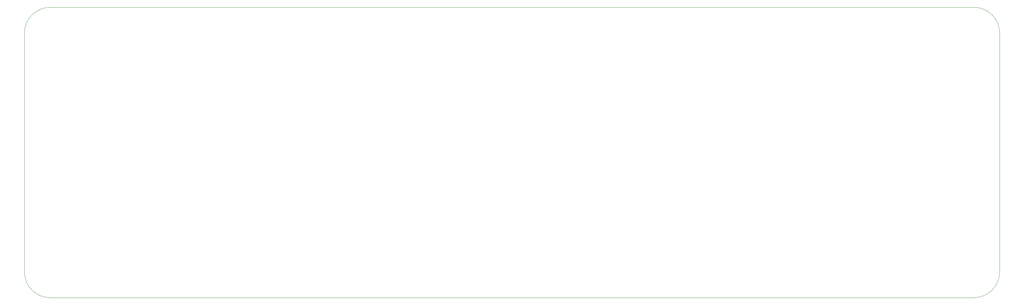
<source format=gbr>
%TF.GenerationSoftware,KiCad,Pcbnew,(5.1.6-0-10_14)*%
%TF.CreationDate,2020-06-23T09:17:44+08:00*%
%TF.ProjectId,Charming,43686172-6d69-46e6-972e-6b696361645f,v1.2*%
%TF.SameCoordinates,Original*%
%TF.FileFunction,Profile,NP*%
%FSLAX46Y46*%
G04 Gerber Fmt 4.6, Leading zero omitted, Abs format (unit mm)*
G04 Created by KiCad (PCBNEW (5.1.6-0-10_14)) date 2020-06-23 09:17:44*
%MOMM*%
%LPD*%
G01*
G04 APERTURE LIST*
%TA.AperFunction,Profile*%
%ADD10C,0.050000*%
%TD*%
G04 APERTURE END LIST*
D10*
X276500000Y-56750000D02*
X20000000Y-56750000D01*
X276500000Y-56750000D02*
G75*
G02*
X283625000Y-63875000I0J-7125000D01*
G01*
X12875000Y-63875000D02*
G75*
G02*
X20000000Y-56750000I7125000J0D01*
G01*
X20000000Y-137500000D02*
G75*
G02*
X12875000Y-130375000I0J7125000D01*
G01*
X283625000Y-130375000D02*
G75*
G02*
X276500000Y-137500000I-7125000J0D01*
G01*
X12875000Y-130375000D02*
X12875000Y-63875000D01*
X283625000Y-63875000D02*
X283625000Y-130375000D01*
X276500000Y-137500000D02*
X20000000Y-137500000D01*
M02*

</source>
